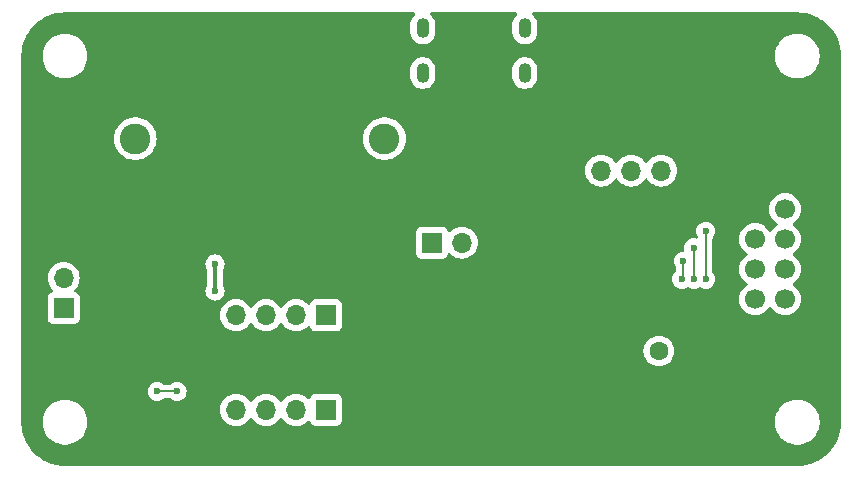
<source format=gbr>
%TF.GenerationSoftware,KiCad,Pcbnew,8.0.3*%
%TF.CreationDate,2024-07-12T13:43:30+12:00*%
%TF.ProjectId,microcontroller,6d696372-6f63-46f6-9e74-726f6c6c6572,0.1.5*%
%TF.SameCoordinates,Original*%
%TF.FileFunction,Copper,L2,Bot*%
%TF.FilePolarity,Positive*%
%FSLAX46Y46*%
G04 Gerber Fmt 4.6, Leading zero omitted, Abs format (unit mm)*
G04 Created by KiCad (PCBNEW 8.0.3) date 2024-07-12 13:43:30*
%MOMM*%
%LPD*%
G01*
G04 APERTURE LIST*
G04 Aperture macros list*
%AMRoundRect*
0 Rectangle with rounded corners*
0 $1 Rounding radius*
0 $2 $3 $4 $5 $6 $7 $8 $9 X,Y pos of 4 corners*
0 Add a 4 corners polygon primitive as box body*
4,1,4,$2,$3,$4,$5,$6,$7,$8,$9,$2,$3,0*
0 Add four circle primitives for the rounded corners*
1,1,$1+$1,$2,$3*
1,1,$1+$1,$4,$5*
1,1,$1+$1,$6,$7*
1,1,$1+$1,$8,$9*
0 Add four rect primitives between the rounded corners*
20,1,$1+$1,$2,$3,$4,$5,0*
20,1,$1+$1,$4,$5,$6,$7,0*
20,1,$1+$1,$6,$7,$8,$9,0*
20,1,$1+$1,$8,$9,$2,$3,0*%
G04 Aperture macros list end*
%TA.AperFunction,ComponentPad*%
%ADD10O,1.100000X1.700000*%
%TD*%
%TA.AperFunction,ComponentPad*%
%ADD11R,1.700000X1.700000*%
%TD*%
%TA.AperFunction,ComponentPad*%
%ADD12O,1.700000X1.700000*%
%TD*%
%TA.AperFunction,ComponentPad*%
%ADD13C,2.600000*%
%TD*%
%TA.AperFunction,ComponentPad*%
%ADD14RoundRect,0.250000X-0.600000X-0.600000X0.600000X-0.600000X0.600000X0.600000X-0.600000X0.600000X0*%
%TD*%
%TA.AperFunction,ComponentPad*%
%ADD15C,1.700000*%
%TD*%
%TA.AperFunction,ComponentPad*%
%ADD16C,1.600000*%
%TD*%
%TA.AperFunction,ViaPad*%
%ADD17C,0.600000*%
%TD*%
%TA.AperFunction,ViaPad*%
%ADD18C,1.600000*%
%TD*%
%TA.AperFunction,ViaPad*%
%ADD19C,1.000000*%
%TD*%
%TA.AperFunction,Conductor*%
%ADD20C,0.300000*%
%TD*%
%TA.AperFunction,Conductor*%
%ADD21C,0.130000*%
%TD*%
G04 APERTURE END LIST*
D10*
%TO.P,J1,S1,SHIELD*%
%TO.N,unconnected-(J1-SHIELD-PadS1)*%
X158920000Y-71440000D03*
%TO.N,unconnected-(J1-SHIELD-PadS1)_1*%
X158920000Y-67640000D03*
%TO.N,unconnected-(J1-SHIELD-PadS1)_2*%
X150280000Y-71440000D03*
%TO.N,unconnected-(J1-SHIELD-PadS1)_0*%
X150280000Y-67640000D03*
%TD*%
D11*
%TO.P,J3,1,Pin_1*%
%TO.N,TOGGLE_SW_1*%
X142113000Y-99949000D03*
D12*
%TO.P,J3,2,Pin_2*%
%TO.N,TOGGLE_SW_2*%
X139573000Y-99949000D03*
%TO.P,J3,3,Pin_3*%
%TO.N,TOGGLE_SW_3*%
X137033000Y-99949000D03*
%TO.P,J3,4,Pin_4*%
%TO.N,+3V3*%
X134493000Y-99949000D03*
%TD*%
D11*
%TO.P,J2,1,Pin_1*%
%TO.N,GND*%
X162860000Y-79700000D03*
D12*
%TO.P,J2,2,Pin_2*%
%TO.N,/SWCLK*%
X165400000Y-79700000D03*
%TO.P,J2,3,Pin_3*%
%TO.N,/SWDIO*%
X167940000Y-79700000D03*
%TO.P,J2,4,Pin_4*%
%TO.N,+3V3*%
X170480000Y-79700000D03*
%TD*%
D11*
%TO.P,JP1,1,A*%
%TO.N,+3V3*%
X119888000Y-91318000D03*
D12*
%TO.P,JP1,2,B*%
%TO.N,/PWR_LED_A*%
X119888000Y-88778000D03*
%TD*%
D11*
%TO.P,J4,1,Pin_1*%
%TO.N,MECH_SW_1*%
X142113000Y-91949000D03*
D12*
%TO.P,J4,2,Pin_2*%
%TO.N,MECH_SW_2*%
X139573000Y-91949000D03*
%TO.P,J4,3,Pin_3*%
%TO.N,MECH_SW_3*%
X137033000Y-91949000D03*
%TO.P,J4,4,Pin_4*%
%TO.N,+3V3*%
X134493000Y-91949000D03*
%TD*%
D13*
%TO.P,BT1,1,+*%
%TO.N,+BATT*%
X125950000Y-77000000D03*
X147050000Y-77000000D03*
%TD*%
D14*
%TO.P,J5,1,Pin_1*%
%TO.N,GND*%
X178435000Y-80420000D03*
D15*
%TO.P,J5,2,Pin_2*%
X180975000Y-80420000D03*
%TO.P,J5,3,Pin_3*%
X178435000Y-82960000D03*
%TO.P,J5,4,Pin_4*%
%TO.N,LATCH*%
X180975000Y-82960000D03*
%TO.P,J5,5,Pin_5*%
%TO.N,CLK*%
X178435000Y-85500000D03*
%TO.P,J5,6,Pin_6*%
%TO.N,OE*%
X180975000Y-85500000D03*
%TO.P,J5,7,Pin_7*%
%TO.N,SER*%
X178435000Y-88040000D03*
%TO.P,J5,8,Pin_8*%
%TO.N,+3V3*%
X180975000Y-88040000D03*
%TO.P,J5,9,Pin_9*%
%TO.N,VBUS*%
X178435000Y-90580000D03*
%TO.P,J5,10,Pin_10*%
X180975000Y-90580000D03*
%TD*%
D16*
%TO.P,R9,1*%
%TO.N,LDR*%
X170280000Y-94975000D03*
%TO.P,R9,2*%
%TO.N,GND*%
X173280000Y-94975000D03*
%TD*%
D11*
%TO.P,JP2,1,A*%
%TO.N,+3V3*%
X151060000Y-85800000D03*
D12*
%TO.P,JP2,2,B*%
%TO.N,/JMP_BOOT0*%
X153600000Y-85800000D03*
%TD*%
D17*
%TO.N,GND*%
X155400000Y-76100000D03*
X153800000Y-76100000D03*
D18*
X172065000Y-75434000D03*
D17*
X151800000Y-90300000D03*
X147200000Y-88600000D03*
X152000000Y-83100000D03*
X156800000Y-96100000D03*
X132300000Y-94000000D03*
D18*
X157394000Y-73012000D03*
D19*
X170900000Y-87300000D03*
D17*
X119888000Y-80645000D03*
D18*
X151806000Y-73012000D03*
D17*
X158300000Y-96100000D03*
D19*
X160500000Y-82100000D03*
D18*
X151806000Y-69964000D03*
D17*
X153900000Y-93900000D03*
X155500000Y-84800000D03*
X157000000Y-89700000D03*
D19*
X164100000Y-96100000D03*
D18*
X172065000Y-73402000D03*
D19*
X124079000Y-88773000D03*
D18*
X130000000Y-84500000D03*
D17*
X148200000Y-95300000D03*
X161036000Y-72390000D03*
X153900000Y-87600000D03*
D18*
X170033000Y-75434000D03*
D17*
X157100000Y-92400000D03*
%TO.N,+BATT*%
X132700000Y-89900000D03*
X132700000Y-87600000D03*
%TO.N,SCL*%
X127800000Y-98400000D03*
X129500000Y-98400000D03*
%TO.N,OE*%
X172212000Y-88900000D03*
X172339000Y-87376000D03*
%TO.N,CLK*%
X173228000Y-88900000D03*
X173228000Y-86233000D03*
%TO.N,LATCH*%
X174244000Y-84836000D03*
X174244000Y-88900000D03*
%TD*%
D20*
%TO.N,+BATT*%
X132700000Y-89900000D02*
X132700000Y-87600000D01*
D21*
%TO.N,SCL*%
X127800000Y-98400000D02*
X129500000Y-98400000D01*
%TO.N,OE*%
X172212000Y-88900000D02*
X172339000Y-88773000D01*
X172339000Y-88773000D02*
X172339000Y-87376000D01*
%TO.N,CLK*%
X173228000Y-88900000D02*
X173228000Y-86233000D01*
%TO.N,LATCH*%
X174244000Y-88900000D02*
X174244000Y-84836000D01*
%TD*%
%TA.AperFunction,Conductor*%
%TO.N,GND*%
G36*
X149603190Y-66320185D02*
G01*
X149648945Y-66372989D01*
X149658889Y-66442147D01*
X149629864Y-66505703D01*
X149614817Y-66520352D01*
X149610344Y-66524022D01*
X149464024Y-66670342D01*
X149349058Y-66842403D01*
X149269870Y-67033579D01*
X149269868Y-67033587D01*
X149229500Y-67236530D01*
X149229500Y-68043469D01*
X149269868Y-68246412D01*
X149269870Y-68246420D01*
X149349058Y-68437596D01*
X149464024Y-68609657D01*
X149610342Y-68755975D01*
X149610345Y-68755977D01*
X149782402Y-68870941D01*
X149973580Y-68950130D01*
X150176530Y-68990499D01*
X150176534Y-68990500D01*
X150176535Y-68990500D01*
X150383466Y-68990500D01*
X150383467Y-68990499D01*
X150586420Y-68950130D01*
X150777598Y-68870941D01*
X150949655Y-68755977D01*
X151095977Y-68609655D01*
X151210941Y-68437598D01*
X151290130Y-68246420D01*
X151330500Y-68043465D01*
X151330500Y-67236535D01*
X151290130Y-67033580D01*
X151210941Y-66842402D01*
X151095977Y-66670345D01*
X151095975Y-66670342D01*
X150949655Y-66524022D01*
X150945183Y-66520352D01*
X150905849Y-66462606D01*
X150903980Y-66392762D01*
X150940168Y-66332994D01*
X151002924Y-66302278D01*
X151023849Y-66300500D01*
X158176151Y-66300500D01*
X158243190Y-66320185D01*
X158288945Y-66372989D01*
X158298889Y-66442147D01*
X158269864Y-66505703D01*
X158254817Y-66520352D01*
X158250344Y-66524022D01*
X158104024Y-66670342D01*
X157989058Y-66842403D01*
X157909870Y-67033579D01*
X157909868Y-67033587D01*
X157869500Y-67236530D01*
X157869500Y-68043469D01*
X157909868Y-68246412D01*
X157909870Y-68246420D01*
X157989058Y-68437596D01*
X158104024Y-68609657D01*
X158250342Y-68755975D01*
X158250345Y-68755977D01*
X158422402Y-68870941D01*
X158613580Y-68950130D01*
X158816530Y-68990499D01*
X158816534Y-68990500D01*
X158816535Y-68990500D01*
X159023466Y-68990500D01*
X159023467Y-68990499D01*
X159226420Y-68950130D01*
X159417598Y-68870941D01*
X159589655Y-68755977D01*
X159735977Y-68609655D01*
X159850941Y-68437598D01*
X159930130Y-68246420D01*
X159970500Y-68043465D01*
X159970500Y-67236535D01*
X159930130Y-67033580D01*
X159850941Y-66842402D01*
X159735977Y-66670345D01*
X159735975Y-66670342D01*
X159589655Y-66524022D01*
X159585183Y-66520352D01*
X159545849Y-66462606D01*
X159543980Y-66392762D01*
X159580168Y-66332994D01*
X159642924Y-66302278D01*
X159663849Y-66300500D01*
X181952405Y-66300500D01*
X181996949Y-66300500D01*
X182003032Y-66300648D01*
X182356532Y-66318015D01*
X182368640Y-66319208D01*
X182440518Y-66329870D01*
X182715717Y-66370692D01*
X182727635Y-66373062D01*
X183068008Y-66458321D01*
X183079646Y-66461852D01*
X183409996Y-66580054D01*
X183421237Y-66584710D01*
X183646857Y-66691419D01*
X183738433Y-66734731D01*
X183749150Y-66740459D01*
X184050102Y-66920843D01*
X184060217Y-66927601D01*
X184342049Y-67136622D01*
X184351455Y-67144342D01*
X184611436Y-67379974D01*
X184620025Y-67388563D01*
X184781782Y-67567035D01*
X184855657Y-67648544D01*
X184863377Y-67657950D01*
X185072396Y-67939779D01*
X185079156Y-67949897D01*
X185256885Y-68246420D01*
X185259533Y-68250837D01*
X185265270Y-68261570D01*
X185415289Y-68578762D01*
X185419945Y-68590003D01*
X185538147Y-68920353D01*
X185541680Y-68931998D01*
X185626934Y-69272351D01*
X185629308Y-69284287D01*
X185680791Y-69631359D01*
X185681984Y-69643468D01*
X185699351Y-69996966D01*
X185699500Y-70003051D01*
X185699500Y-100996948D01*
X185699351Y-101003033D01*
X185681984Y-101356531D01*
X185680791Y-101368640D01*
X185629308Y-101715712D01*
X185626934Y-101727648D01*
X185541680Y-102068001D01*
X185538147Y-102079646D01*
X185419945Y-102409996D01*
X185415289Y-102421237D01*
X185265270Y-102738429D01*
X185259533Y-102749162D01*
X185079156Y-103050102D01*
X185072396Y-103060220D01*
X184863377Y-103342049D01*
X184855657Y-103351455D01*
X184620033Y-103611428D01*
X184611428Y-103620033D01*
X184351455Y-103855657D01*
X184342049Y-103863377D01*
X184060220Y-104072396D01*
X184050102Y-104079156D01*
X183749162Y-104259533D01*
X183738429Y-104265270D01*
X183421237Y-104415289D01*
X183409996Y-104419945D01*
X183079646Y-104538147D01*
X183068001Y-104541680D01*
X182727648Y-104626934D01*
X182715712Y-104629308D01*
X182368640Y-104680791D01*
X182356531Y-104681984D01*
X182023016Y-104698369D01*
X182003031Y-104699351D01*
X181996949Y-104699500D01*
X120003051Y-104699500D01*
X119996968Y-104699351D01*
X119975811Y-104698311D01*
X119643468Y-104681984D01*
X119631359Y-104680791D01*
X119284287Y-104629308D01*
X119272351Y-104626934D01*
X118931998Y-104541680D01*
X118920353Y-104538147D01*
X118590003Y-104419945D01*
X118578762Y-104415289D01*
X118261570Y-104265270D01*
X118250842Y-104259535D01*
X117949897Y-104079156D01*
X117939779Y-104072396D01*
X117657950Y-103863377D01*
X117648544Y-103855657D01*
X117532295Y-103750296D01*
X117388563Y-103620025D01*
X117379974Y-103611436D01*
X117144342Y-103351455D01*
X117136622Y-103342049D01*
X116927603Y-103060220D01*
X116920843Y-103050102D01*
X116831174Y-102900498D01*
X116740459Y-102749150D01*
X116734729Y-102738429D01*
X116584710Y-102421237D01*
X116580054Y-102409996D01*
X116461852Y-102079646D01*
X116458319Y-102068001D01*
X116455846Y-102058127D01*
X116373062Y-101727635D01*
X116370691Y-101715712D01*
X116319208Y-101368640D01*
X116318015Y-101356530D01*
X116314898Y-101293091D01*
X116300649Y-101003032D01*
X116300500Y-100996948D01*
X116300500Y-100875441D01*
X118099500Y-100875441D01*
X118099500Y-101124558D01*
X118099501Y-101124575D01*
X118132017Y-101371561D01*
X118196498Y-101612207D01*
X118291830Y-101842361D01*
X118291837Y-101842376D01*
X118416400Y-102058126D01*
X118568060Y-102255774D01*
X118568066Y-102255781D01*
X118744218Y-102431933D01*
X118744225Y-102431939D01*
X118941873Y-102583599D01*
X119157623Y-102708162D01*
X119157638Y-102708169D01*
X119243978Y-102743932D01*
X119387793Y-102803502D01*
X119628435Y-102867982D01*
X119875435Y-102900500D01*
X119875442Y-102900500D01*
X120124558Y-102900500D01*
X120124565Y-102900500D01*
X120371565Y-102867982D01*
X120612207Y-102803502D01*
X120842373Y-102708164D01*
X121058127Y-102583599D01*
X121255776Y-102431938D01*
X121431938Y-102255776D01*
X121583599Y-102058127D01*
X121708164Y-101842373D01*
X121803502Y-101612207D01*
X121867982Y-101371565D01*
X121900500Y-101124565D01*
X121900500Y-100875435D01*
X121867982Y-100628435D01*
X121803502Y-100387793D01*
X121708164Y-100157627D01*
X121587713Y-99948999D01*
X133137341Y-99948999D01*
X133137341Y-99949000D01*
X133157936Y-100184403D01*
X133157938Y-100184413D01*
X133219094Y-100412655D01*
X133219096Y-100412659D01*
X133219097Y-100412663D01*
X133223000Y-100421032D01*
X133318965Y-100626830D01*
X133318967Y-100626834D01*
X133427281Y-100781521D01*
X133454505Y-100820401D01*
X133621599Y-100987495D01*
X133718384Y-101055265D01*
X133815165Y-101123032D01*
X133815167Y-101123033D01*
X133815170Y-101123035D01*
X134029337Y-101222903D01*
X134257592Y-101284063D01*
X134434034Y-101299500D01*
X134492999Y-101304659D01*
X134493000Y-101304659D01*
X134493001Y-101304659D01*
X134551966Y-101299500D01*
X134728408Y-101284063D01*
X134956663Y-101222903D01*
X135170830Y-101123035D01*
X135364401Y-100987495D01*
X135531495Y-100820401D01*
X135661425Y-100634842D01*
X135716002Y-100591217D01*
X135785500Y-100584023D01*
X135847855Y-100615546D01*
X135864575Y-100634842D01*
X135994500Y-100820395D01*
X135994505Y-100820401D01*
X136161599Y-100987495D01*
X136258384Y-101055265D01*
X136355165Y-101123032D01*
X136355167Y-101123033D01*
X136355170Y-101123035D01*
X136569337Y-101222903D01*
X136797592Y-101284063D01*
X136974034Y-101299500D01*
X137032999Y-101304659D01*
X137033000Y-101304659D01*
X137033001Y-101304659D01*
X137091966Y-101299500D01*
X137268408Y-101284063D01*
X137496663Y-101222903D01*
X137710830Y-101123035D01*
X137904401Y-100987495D01*
X138071495Y-100820401D01*
X138201425Y-100634842D01*
X138256002Y-100591217D01*
X138325500Y-100584023D01*
X138387855Y-100615546D01*
X138404575Y-100634842D01*
X138534500Y-100820395D01*
X138534505Y-100820401D01*
X138701599Y-100987495D01*
X138798384Y-101055265D01*
X138895165Y-101123032D01*
X138895167Y-101123033D01*
X138895170Y-101123035D01*
X139109337Y-101222903D01*
X139337592Y-101284063D01*
X139514034Y-101299500D01*
X139572999Y-101304659D01*
X139573000Y-101304659D01*
X139573001Y-101304659D01*
X139631966Y-101299500D01*
X139808408Y-101284063D01*
X140036663Y-101222903D01*
X140250830Y-101123035D01*
X140444401Y-100987495D01*
X140566329Y-100865566D01*
X140627648Y-100832084D01*
X140697340Y-100837068D01*
X140753274Y-100878939D01*
X140770189Y-100909917D01*
X140819202Y-101041328D01*
X140819206Y-101041335D01*
X140905452Y-101156544D01*
X140905455Y-101156547D01*
X141020664Y-101242793D01*
X141020671Y-101242797D01*
X141155517Y-101293091D01*
X141155516Y-101293091D01*
X141162444Y-101293835D01*
X141215127Y-101299500D01*
X143010872Y-101299499D01*
X143070483Y-101293091D01*
X143205331Y-101242796D01*
X143320546Y-101156546D01*
X143406796Y-101041331D01*
X143457091Y-100906483D01*
X143460428Y-100875441D01*
X180099500Y-100875441D01*
X180099500Y-101124558D01*
X180099501Y-101124575D01*
X180132017Y-101371561D01*
X180196498Y-101612207D01*
X180291830Y-101842361D01*
X180291837Y-101842376D01*
X180416400Y-102058126D01*
X180568060Y-102255774D01*
X180568066Y-102255781D01*
X180744218Y-102431933D01*
X180744225Y-102431939D01*
X180941873Y-102583599D01*
X181157623Y-102708162D01*
X181157638Y-102708169D01*
X181243978Y-102743932D01*
X181387793Y-102803502D01*
X181628435Y-102867982D01*
X181875435Y-102900500D01*
X181875442Y-102900500D01*
X182124558Y-102900500D01*
X182124565Y-102900500D01*
X182371565Y-102867982D01*
X182612207Y-102803502D01*
X182842373Y-102708164D01*
X183058127Y-102583599D01*
X183255776Y-102431938D01*
X183431938Y-102255776D01*
X183583599Y-102058127D01*
X183708164Y-101842373D01*
X183803502Y-101612207D01*
X183867982Y-101371565D01*
X183900500Y-101124565D01*
X183900500Y-100875435D01*
X183867982Y-100628435D01*
X183803502Y-100387793D01*
X183708164Y-100157627D01*
X183583599Y-99941873D01*
X183431938Y-99744224D01*
X183431933Y-99744218D01*
X183255781Y-99568066D01*
X183255774Y-99568060D01*
X183058126Y-99416400D01*
X182842376Y-99291837D01*
X182842361Y-99291830D01*
X182612207Y-99196498D01*
X182371561Y-99132017D01*
X182124575Y-99099501D01*
X182124570Y-99099500D01*
X182124565Y-99099500D01*
X181875435Y-99099500D01*
X181875429Y-99099500D01*
X181875424Y-99099501D01*
X181628438Y-99132017D01*
X181387792Y-99196498D01*
X181157638Y-99291830D01*
X181157623Y-99291837D01*
X180941873Y-99416400D01*
X180744225Y-99568060D01*
X180744218Y-99568066D01*
X180568066Y-99744218D01*
X180568060Y-99744225D01*
X180416400Y-99941873D01*
X180291837Y-100157623D01*
X180291830Y-100157638D01*
X180196498Y-100387792D01*
X180132017Y-100628438D01*
X180099501Y-100875424D01*
X180099500Y-100875441D01*
X143460428Y-100875441D01*
X143463500Y-100846873D01*
X143463499Y-99051128D01*
X143457091Y-98991517D01*
X143455810Y-98988083D01*
X143406797Y-98856671D01*
X143406793Y-98856664D01*
X143320547Y-98741455D01*
X143320544Y-98741452D01*
X143205335Y-98655206D01*
X143205328Y-98655202D01*
X143070482Y-98604908D01*
X143070483Y-98604908D01*
X143010883Y-98598501D01*
X143010881Y-98598500D01*
X143010873Y-98598500D01*
X143010864Y-98598500D01*
X141215129Y-98598500D01*
X141215123Y-98598501D01*
X141155516Y-98604908D01*
X141020671Y-98655202D01*
X141020664Y-98655206D01*
X140905455Y-98741452D01*
X140905452Y-98741455D01*
X140819206Y-98856664D01*
X140819203Y-98856669D01*
X140770189Y-98988083D01*
X140728317Y-99044016D01*
X140662853Y-99068433D01*
X140594580Y-99053581D01*
X140566326Y-99032430D01*
X140444402Y-98910506D01*
X140444395Y-98910501D01*
X140250834Y-98774967D01*
X140250830Y-98774965D01*
X140250828Y-98774964D01*
X140036663Y-98675097D01*
X140036659Y-98675096D01*
X140036655Y-98675094D01*
X139808413Y-98613938D01*
X139808403Y-98613936D01*
X139573001Y-98593341D01*
X139572999Y-98593341D01*
X139337596Y-98613936D01*
X139337586Y-98613938D01*
X139109344Y-98675094D01*
X139109335Y-98675098D01*
X138895171Y-98774964D01*
X138895169Y-98774965D01*
X138701597Y-98910505D01*
X138534505Y-99077597D01*
X138404575Y-99263158D01*
X138349998Y-99306783D01*
X138280500Y-99313977D01*
X138218145Y-99282454D01*
X138201425Y-99263158D01*
X138071494Y-99077597D01*
X137904402Y-98910506D01*
X137904395Y-98910501D01*
X137710834Y-98774967D01*
X137710830Y-98774965D01*
X137710828Y-98774964D01*
X137496663Y-98675097D01*
X137496659Y-98675096D01*
X137496655Y-98675094D01*
X137268413Y-98613938D01*
X137268403Y-98613936D01*
X137033001Y-98593341D01*
X137032999Y-98593341D01*
X136797596Y-98613936D01*
X136797586Y-98613938D01*
X136569344Y-98675094D01*
X136569335Y-98675098D01*
X136355171Y-98774964D01*
X136355169Y-98774965D01*
X136161597Y-98910505D01*
X135994505Y-99077597D01*
X135864575Y-99263158D01*
X135809998Y-99306783D01*
X135740500Y-99313977D01*
X135678145Y-99282454D01*
X135661425Y-99263158D01*
X135531494Y-99077597D01*
X135364402Y-98910506D01*
X135364395Y-98910501D01*
X135170834Y-98774967D01*
X135170830Y-98774965D01*
X135170828Y-98774964D01*
X134956663Y-98675097D01*
X134956659Y-98675096D01*
X134956655Y-98675094D01*
X134728413Y-98613938D01*
X134728403Y-98613936D01*
X134493001Y-98593341D01*
X134492999Y-98593341D01*
X134257596Y-98613936D01*
X134257586Y-98613938D01*
X134029344Y-98675094D01*
X134029335Y-98675098D01*
X133815171Y-98774964D01*
X133815169Y-98774965D01*
X133621597Y-98910505D01*
X133454505Y-99077597D01*
X133318965Y-99271169D01*
X133318964Y-99271171D01*
X133219098Y-99485335D01*
X133219094Y-99485344D01*
X133157938Y-99713586D01*
X133157936Y-99713596D01*
X133137341Y-99948999D01*
X121587713Y-99948999D01*
X121583599Y-99941873D01*
X121431938Y-99744224D01*
X121431933Y-99744218D01*
X121255781Y-99568066D01*
X121255774Y-99568060D01*
X121058126Y-99416400D01*
X120842376Y-99291837D01*
X120842361Y-99291830D01*
X120612207Y-99196498D01*
X120371561Y-99132017D01*
X120124575Y-99099501D01*
X120124570Y-99099500D01*
X120124565Y-99099500D01*
X119875435Y-99099500D01*
X119875429Y-99099500D01*
X119875424Y-99099501D01*
X119628438Y-99132017D01*
X119387792Y-99196498D01*
X119157638Y-99291830D01*
X119157623Y-99291837D01*
X118941873Y-99416400D01*
X118744225Y-99568060D01*
X118744218Y-99568066D01*
X118568066Y-99744218D01*
X118568060Y-99744225D01*
X118416400Y-99941873D01*
X118291837Y-100157623D01*
X118291830Y-100157638D01*
X118196498Y-100387792D01*
X118132017Y-100628438D01*
X118099501Y-100875424D01*
X118099500Y-100875441D01*
X116300500Y-100875441D01*
X116300500Y-98399996D01*
X126994435Y-98399996D01*
X126994435Y-98400003D01*
X127014630Y-98579249D01*
X127014631Y-98579254D01*
X127074211Y-98749523D01*
X127090199Y-98774967D01*
X127170184Y-98902262D01*
X127297738Y-99029816D01*
X127450478Y-99125789D01*
X127620745Y-99185368D01*
X127620750Y-99185369D01*
X127799996Y-99205565D01*
X127800000Y-99205565D01*
X127800004Y-99205565D01*
X127979249Y-99185369D01*
X127979252Y-99185368D01*
X127979255Y-99185368D01*
X128149522Y-99125789D01*
X128302262Y-99029816D01*
X128330259Y-99001819D01*
X128391582Y-98968334D01*
X128417940Y-98965500D01*
X128882060Y-98965500D01*
X128949099Y-98985185D01*
X128969741Y-99001819D01*
X128997738Y-99029816D01*
X129150478Y-99125789D01*
X129320745Y-99185368D01*
X129320750Y-99185369D01*
X129499996Y-99205565D01*
X129500000Y-99205565D01*
X129500004Y-99205565D01*
X129679249Y-99185369D01*
X129679252Y-99185368D01*
X129679255Y-99185368D01*
X129849522Y-99125789D01*
X130002262Y-99029816D01*
X130129816Y-98902262D01*
X130225789Y-98749522D01*
X130285368Y-98579255D01*
X130305565Y-98400000D01*
X130285368Y-98220745D01*
X130225789Y-98050478D01*
X130129816Y-97897738D01*
X130002262Y-97770184D01*
X129849523Y-97674211D01*
X129679254Y-97614631D01*
X129679249Y-97614630D01*
X129500004Y-97594435D01*
X129499996Y-97594435D01*
X129320750Y-97614630D01*
X129320745Y-97614631D01*
X129150476Y-97674211D01*
X128997737Y-97770184D01*
X128969741Y-97798181D01*
X128908418Y-97831666D01*
X128882060Y-97834500D01*
X128417940Y-97834500D01*
X128350901Y-97814815D01*
X128330259Y-97798181D01*
X128302262Y-97770184D01*
X128149523Y-97674211D01*
X127979254Y-97614631D01*
X127979249Y-97614630D01*
X127800004Y-97594435D01*
X127799996Y-97594435D01*
X127620750Y-97614630D01*
X127620745Y-97614631D01*
X127450476Y-97674211D01*
X127297737Y-97770184D01*
X127170184Y-97897737D01*
X127074211Y-98050476D01*
X127014631Y-98220745D01*
X127014630Y-98220750D01*
X126994435Y-98399996D01*
X116300500Y-98399996D01*
X116300500Y-94974998D01*
X168974532Y-94974998D01*
X168974532Y-94975001D01*
X168994364Y-95201686D01*
X168994366Y-95201697D01*
X169053258Y-95421488D01*
X169053261Y-95421497D01*
X169149431Y-95627732D01*
X169149432Y-95627734D01*
X169279954Y-95814141D01*
X169440858Y-95975045D01*
X169440861Y-95975047D01*
X169627266Y-96105568D01*
X169833504Y-96201739D01*
X170053308Y-96260635D01*
X170215230Y-96274801D01*
X170279998Y-96280468D01*
X170280000Y-96280468D01*
X170280002Y-96280468D01*
X170336673Y-96275509D01*
X170506692Y-96260635D01*
X170726496Y-96201739D01*
X170932734Y-96105568D01*
X171119139Y-95975047D01*
X171280047Y-95814139D01*
X171410568Y-95627734D01*
X171506739Y-95421496D01*
X171565635Y-95201692D01*
X171585468Y-94975000D01*
X171565635Y-94748308D01*
X171506739Y-94528504D01*
X171410568Y-94322266D01*
X171280047Y-94135861D01*
X171280045Y-94135858D01*
X171119141Y-93974954D01*
X170932734Y-93844432D01*
X170932732Y-93844431D01*
X170726497Y-93748261D01*
X170726488Y-93748258D01*
X170506697Y-93689366D01*
X170506693Y-93689365D01*
X170506692Y-93689365D01*
X170506691Y-93689364D01*
X170506686Y-93689364D01*
X170280002Y-93669532D01*
X170279998Y-93669532D01*
X170053313Y-93689364D01*
X170053302Y-93689366D01*
X169833511Y-93748258D01*
X169833502Y-93748261D01*
X169627267Y-93844431D01*
X169627265Y-93844432D01*
X169440858Y-93974954D01*
X169279954Y-94135858D01*
X169149432Y-94322265D01*
X169149431Y-94322267D01*
X169053261Y-94528502D01*
X169053258Y-94528511D01*
X168994366Y-94748302D01*
X168994364Y-94748313D01*
X168974532Y-94974998D01*
X116300500Y-94974998D01*
X116300500Y-88777999D01*
X118532341Y-88777999D01*
X118532341Y-88778000D01*
X118552936Y-89013403D01*
X118552938Y-89013413D01*
X118614094Y-89241655D01*
X118614096Y-89241659D01*
X118614097Y-89241663D01*
X118702226Y-89430656D01*
X118713965Y-89455830D01*
X118713967Y-89455834D01*
X118780238Y-89550478D01*
X118849501Y-89649396D01*
X118849506Y-89649402D01*
X118971430Y-89771326D01*
X119004915Y-89832649D01*
X118999931Y-89902341D01*
X118958059Y-89958274D01*
X118927083Y-89975189D01*
X118795669Y-90024203D01*
X118795664Y-90024206D01*
X118680455Y-90110452D01*
X118680452Y-90110455D01*
X118594206Y-90225664D01*
X118594202Y-90225671D01*
X118543908Y-90360517D01*
X118537501Y-90420116D01*
X118537501Y-90420123D01*
X118537500Y-90420135D01*
X118537500Y-92215870D01*
X118537501Y-92215876D01*
X118543908Y-92275483D01*
X118594202Y-92410328D01*
X118594206Y-92410335D01*
X118680452Y-92525544D01*
X118680455Y-92525547D01*
X118795664Y-92611793D01*
X118795671Y-92611797D01*
X118930517Y-92662091D01*
X118930516Y-92662091D01*
X118937444Y-92662835D01*
X118990127Y-92668500D01*
X120785872Y-92668499D01*
X120845483Y-92662091D01*
X120980331Y-92611796D01*
X121095546Y-92525546D01*
X121181796Y-92410331D01*
X121232091Y-92275483D01*
X121238500Y-92215873D01*
X121238500Y-91948999D01*
X133137341Y-91948999D01*
X133137341Y-91949000D01*
X133157936Y-92184403D01*
X133157938Y-92184413D01*
X133219094Y-92412655D01*
X133219096Y-92412659D01*
X133219097Y-92412663D01*
X133271736Y-92525547D01*
X133318965Y-92626830D01*
X133318967Y-92626834D01*
X133427281Y-92781521D01*
X133454505Y-92820401D01*
X133621599Y-92987495D01*
X133718384Y-93055265D01*
X133815165Y-93123032D01*
X133815167Y-93123033D01*
X133815170Y-93123035D01*
X134029337Y-93222903D01*
X134257592Y-93284063D01*
X134434034Y-93299500D01*
X134492999Y-93304659D01*
X134493000Y-93304659D01*
X134493001Y-93304659D01*
X134551966Y-93299500D01*
X134728408Y-93284063D01*
X134956663Y-93222903D01*
X135170830Y-93123035D01*
X135364401Y-92987495D01*
X135531495Y-92820401D01*
X135661425Y-92634842D01*
X135716002Y-92591217D01*
X135785500Y-92584023D01*
X135847855Y-92615546D01*
X135864575Y-92634842D01*
X135994500Y-92820395D01*
X135994505Y-92820401D01*
X136161599Y-92987495D01*
X136258384Y-93055265D01*
X136355165Y-93123032D01*
X136355167Y-93123033D01*
X136355170Y-93123035D01*
X136569337Y-93222903D01*
X136797592Y-93284063D01*
X136974034Y-93299500D01*
X137032999Y-93304659D01*
X137033000Y-93304659D01*
X137033001Y-93304659D01*
X137091966Y-93299500D01*
X137268408Y-93284063D01*
X137496663Y-93222903D01*
X137710830Y-93123035D01*
X137904401Y-92987495D01*
X138071495Y-92820401D01*
X138201425Y-92634842D01*
X138256002Y-92591217D01*
X138325500Y-92584023D01*
X138387855Y-92615546D01*
X138404575Y-92634842D01*
X138534500Y-92820395D01*
X138534505Y-92820401D01*
X138701599Y-92987495D01*
X138798384Y-93055265D01*
X138895165Y-93123032D01*
X138895167Y-93123033D01*
X138895170Y-93123035D01*
X139109337Y-93222903D01*
X139337592Y-93284063D01*
X139514034Y-93299500D01*
X139572999Y-93304659D01*
X139573000Y-93304659D01*
X139573001Y-93304659D01*
X139631966Y-93299500D01*
X139808408Y-93284063D01*
X140036663Y-93222903D01*
X140250830Y-93123035D01*
X140444401Y-92987495D01*
X140566329Y-92865566D01*
X140627648Y-92832084D01*
X140697340Y-92837068D01*
X140753274Y-92878939D01*
X140770189Y-92909917D01*
X140819202Y-93041328D01*
X140819206Y-93041335D01*
X140905452Y-93156544D01*
X140905455Y-93156547D01*
X141020664Y-93242793D01*
X141020671Y-93242797D01*
X141155517Y-93293091D01*
X141155516Y-93293091D01*
X141162444Y-93293835D01*
X141215127Y-93299500D01*
X143010872Y-93299499D01*
X143070483Y-93293091D01*
X143205331Y-93242796D01*
X143320546Y-93156546D01*
X143406796Y-93041331D01*
X143457091Y-92906483D01*
X143463500Y-92846873D01*
X143463499Y-91051128D01*
X143457091Y-90991517D01*
X143455810Y-90988083D01*
X143406797Y-90856671D01*
X143406793Y-90856664D01*
X143320547Y-90741455D01*
X143320544Y-90741452D01*
X143205335Y-90655206D01*
X143205328Y-90655202D01*
X143070482Y-90604908D01*
X143070483Y-90604908D01*
X143010883Y-90598501D01*
X143010881Y-90598500D01*
X143010873Y-90598500D01*
X143010864Y-90598500D01*
X141215129Y-90598500D01*
X141215123Y-90598501D01*
X141155516Y-90604908D01*
X141020671Y-90655202D01*
X141020664Y-90655206D01*
X140905455Y-90741452D01*
X140905452Y-90741455D01*
X140819206Y-90856664D01*
X140819203Y-90856669D01*
X140770189Y-90988083D01*
X140728317Y-91044016D01*
X140662853Y-91068433D01*
X140594580Y-91053581D01*
X140566326Y-91032430D01*
X140444402Y-90910506D01*
X140444395Y-90910501D01*
X140250834Y-90774967D01*
X140250830Y-90774965D01*
X140250828Y-90774964D01*
X140036663Y-90675097D01*
X140036659Y-90675096D01*
X140036655Y-90675094D01*
X139808413Y-90613938D01*
X139808403Y-90613936D01*
X139573001Y-90593341D01*
X139572999Y-90593341D01*
X139337596Y-90613936D01*
X139337586Y-90613938D01*
X139109344Y-90675094D01*
X139109335Y-90675098D01*
X138895171Y-90774964D01*
X138895169Y-90774965D01*
X138701597Y-90910505D01*
X138534505Y-91077597D01*
X138404575Y-91263158D01*
X138349998Y-91306783D01*
X138280500Y-91313977D01*
X138218145Y-91282454D01*
X138201425Y-91263158D01*
X138071494Y-91077597D01*
X137904402Y-90910506D01*
X137904395Y-90910501D01*
X137710834Y-90774967D01*
X137710830Y-90774965D01*
X137710828Y-90774964D01*
X137496663Y-90675097D01*
X137496659Y-90675096D01*
X137496655Y-90675094D01*
X137268413Y-90613938D01*
X137268403Y-90613936D01*
X137033001Y-90593341D01*
X137032999Y-90593341D01*
X136797596Y-90613936D01*
X136797586Y-90613938D01*
X136569344Y-90675094D01*
X136569335Y-90675098D01*
X136355171Y-90774964D01*
X136355169Y-90774965D01*
X136161597Y-90910505D01*
X135994505Y-91077597D01*
X135864575Y-91263158D01*
X135809998Y-91306783D01*
X135740500Y-91313977D01*
X135678145Y-91282454D01*
X135661425Y-91263158D01*
X135531494Y-91077597D01*
X135364402Y-90910506D01*
X135364395Y-90910501D01*
X135170834Y-90774967D01*
X135170830Y-90774965D01*
X135170828Y-90774964D01*
X134956663Y-90675097D01*
X134956659Y-90675096D01*
X134956655Y-90675094D01*
X134728413Y-90613938D01*
X134728403Y-90613936D01*
X134493001Y-90593341D01*
X134492999Y-90593341D01*
X134257596Y-90613936D01*
X134257586Y-90613938D01*
X134029344Y-90675094D01*
X134029335Y-90675098D01*
X133815171Y-90774964D01*
X133815169Y-90774965D01*
X133621597Y-90910505D01*
X133454505Y-91077597D01*
X133318965Y-91271169D01*
X133318964Y-91271171D01*
X133219098Y-91485335D01*
X133219094Y-91485344D01*
X133157938Y-91713586D01*
X133157936Y-91713596D01*
X133137341Y-91948999D01*
X121238500Y-91948999D01*
X121238499Y-90420128D01*
X121232091Y-90360517D01*
X121226151Y-90344592D01*
X121181797Y-90225671D01*
X121181793Y-90225664D01*
X121095547Y-90110455D01*
X121095544Y-90110452D01*
X120980335Y-90024206D01*
X120980328Y-90024202D01*
X120848917Y-89975189D01*
X120792983Y-89933318D01*
X120768566Y-89867853D01*
X120783418Y-89799580D01*
X120804563Y-89771332D01*
X120926495Y-89649401D01*
X121062035Y-89455830D01*
X121161903Y-89241663D01*
X121223063Y-89013408D01*
X121243659Y-88778000D01*
X121223063Y-88542592D01*
X121161903Y-88314337D01*
X121062035Y-88100171D01*
X121019903Y-88039999D01*
X120926494Y-87906597D01*
X120759402Y-87739506D01*
X120759395Y-87739501D01*
X120565834Y-87603967D01*
X120565830Y-87603965D01*
X120557318Y-87599996D01*
X131894435Y-87599996D01*
X131894435Y-87600003D01*
X131914630Y-87779249D01*
X131914631Y-87779254D01*
X131974211Y-87949524D01*
X132030493Y-88039094D01*
X132049500Y-88105067D01*
X132049500Y-89394931D01*
X132030494Y-89460903D01*
X131974211Y-89550477D01*
X131974209Y-89550481D01*
X131914633Y-89720737D01*
X131914630Y-89720750D01*
X131894435Y-89899996D01*
X131894435Y-89900003D01*
X131914630Y-90079249D01*
X131914631Y-90079254D01*
X131974211Y-90249523D01*
X132033950Y-90344596D01*
X132070184Y-90402262D01*
X132197738Y-90529816D01*
X132277604Y-90579999D01*
X132331615Y-90613937D01*
X132350478Y-90625789D01*
X132434547Y-90655206D01*
X132520745Y-90685368D01*
X132520750Y-90685369D01*
X132699996Y-90705565D01*
X132700000Y-90705565D01*
X132700004Y-90705565D01*
X132879249Y-90685369D01*
X132879252Y-90685368D01*
X132879255Y-90685368D01*
X133049522Y-90625789D01*
X133202262Y-90529816D01*
X133329816Y-90402262D01*
X133425789Y-90249522D01*
X133485368Y-90079255D01*
X133485369Y-90079249D01*
X133505565Y-89900003D01*
X133505565Y-89899996D01*
X133485369Y-89720750D01*
X133485366Y-89720737D01*
X133425790Y-89550481D01*
X133425789Y-89550478D01*
X133404008Y-89515814D01*
X133369506Y-89460903D01*
X133350500Y-89394931D01*
X133350500Y-88899996D01*
X171406435Y-88899996D01*
X171406435Y-88900003D01*
X171426630Y-89079249D01*
X171426631Y-89079254D01*
X171486211Y-89249523D01*
X171553743Y-89356998D01*
X171582184Y-89402262D01*
X171709738Y-89529816D01*
X171862478Y-89625789D01*
X172032745Y-89685368D01*
X172032750Y-89685369D01*
X172211996Y-89705565D01*
X172212000Y-89705565D01*
X172212004Y-89705565D01*
X172391249Y-89685369D01*
X172391252Y-89685368D01*
X172391255Y-89685368D01*
X172561522Y-89625789D01*
X172654027Y-89567663D01*
X172721264Y-89548663D01*
X172785973Y-89567664D01*
X172878475Y-89625788D01*
X173048745Y-89685368D01*
X173048750Y-89685369D01*
X173227996Y-89705565D01*
X173228000Y-89705565D01*
X173228004Y-89705565D01*
X173407249Y-89685369D01*
X173407252Y-89685368D01*
X173407255Y-89685368D01*
X173577522Y-89625789D01*
X173670027Y-89567663D01*
X173737264Y-89548663D01*
X173801973Y-89567664D01*
X173894475Y-89625788D01*
X174064745Y-89685368D01*
X174064750Y-89685369D01*
X174243996Y-89705565D01*
X174244000Y-89705565D01*
X174244004Y-89705565D01*
X174423249Y-89685369D01*
X174423252Y-89685368D01*
X174423255Y-89685368D01*
X174593522Y-89625789D01*
X174746262Y-89529816D01*
X174873816Y-89402262D01*
X174969789Y-89249522D01*
X175029368Y-89079255D01*
X175029369Y-89079249D01*
X175049565Y-88900003D01*
X175049565Y-88899996D01*
X175029369Y-88720750D01*
X175029368Y-88720745D01*
X174969788Y-88550476D01*
X174873815Y-88397737D01*
X174845819Y-88369741D01*
X174812334Y-88308418D01*
X174809500Y-88282060D01*
X174809500Y-85499999D01*
X177079341Y-85499999D01*
X177079341Y-85500000D01*
X177099936Y-85735403D01*
X177099938Y-85735413D01*
X177161094Y-85963655D01*
X177161096Y-85963659D01*
X177161097Y-85963663D01*
X177241004Y-86135023D01*
X177260965Y-86177830D01*
X177260967Y-86177834D01*
X177369281Y-86332521D01*
X177396501Y-86371396D01*
X177396506Y-86371402D01*
X177563597Y-86538493D01*
X177563603Y-86538498D01*
X177749158Y-86668425D01*
X177792783Y-86723002D01*
X177799977Y-86792500D01*
X177768454Y-86854855D01*
X177749158Y-86871575D01*
X177563597Y-87001505D01*
X177396505Y-87168597D01*
X177260965Y-87362169D01*
X177260964Y-87362171D01*
X177161098Y-87576335D01*
X177161094Y-87576344D01*
X177099938Y-87804586D01*
X177099936Y-87804596D01*
X177079341Y-88039999D01*
X177079341Y-88040000D01*
X177099936Y-88275403D01*
X177099938Y-88275413D01*
X177161094Y-88503655D01*
X177161096Y-88503659D01*
X177161097Y-88503663D01*
X177241004Y-88675023D01*
X177260965Y-88717830D01*
X177260967Y-88717834D01*
X177369281Y-88872521D01*
X177396501Y-88911396D01*
X177396506Y-88911402D01*
X177563597Y-89078493D01*
X177563603Y-89078498D01*
X177749158Y-89208425D01*
X177792783Y-89263002D01*
X177799977Y-89332500D01*
X177768454Y-89394855D01*
X177749158Y-89411575D01*
X177563597Y-89541505D01*
X177396505Y-89708597D01*
X177260965Y-89902169D01*
X177260964Y-89902171D01*
X177161098Y-90116335D01*
X177161094Y-90116344D01*
X177099938Y-90344586D01*
X177099936Y-90344596D01*
X177079341Y-90579999D01*
X177079341Y-90580000D01*
X177099936Y-90815403D01*
X177099938Y-90815413D01*
X177161094Y-91043655D01*
X177161096Y-91043659D01*
X177161097Y-91043663D01*
X177176921Y-91077597D01*
X177260965Y-91257830D01*
X177260967Y-91257834D01*
X177369281Y-91412521D01*
X177396505Y-91451401D01*
X177563599Y-91618495D01*
X177660384Y-91686265D01*
X177757165Y-91754032D01*
X177757167Y-91754033D01*
X177757170Y-91754035D01*
X177971337Y-91853903D01*
X178199592Y-91915063D01*
X178387918Y-91931539D01*
X178434999Y-91935659D01*
X178435000Y-91935659D01*
X178435001Y-91935659D01*
X178474234Y-91932226D01*
X178670408Y-91915063D01*
X178898663Y-91853903D01*
X179112830Y-91754035D01*
X179306401Y-91618495D01*
X179473495Y-91451401D01*
X179603425Y-91265842D01*
X179658002Y-91222217D01*
X179727500Y-91215023D01*
X179789855Y-91246546D01*
X179806575Y-91265842D01*
X179936500Y-91451395D01*
X179936505Y-91451401D01*
X180103599Y-91618495D01*
X180200384Y-91686265D01*
X180297165Y-91754032D01*
X180297167Y-91754033D01*
X180297170Y-91754035D01*
X180511337Y-91853903D01*
X180739592Y-91915063D01*
X180927918Y-91931539D01*
X180974999Y-91935659D01*
X180975000Y-91935659D01*
X180975001Y-91935659D01*
X181014234Y-91932226D01*
X181210408Y-91915063D01*
X181438663Y-91853903D01*
X181652830Y-91754035D01*
X181846401Y-91618495D01*
X182013495Y-91451401D01*
X182149035Y-91257830D01*
X182248903Y-91043663D01*
X182310063Y-90815408D01*
X182330659Y-90580000D01*
X182310063Y-90344592D01*
X182248903Y-90116337D01*
X182149035Y-89902171D01*
X182143425Y-89894158D01*
X182013494Y-89708597D01*
X181846402Y-89541506D01*
X181846396Y-89541501D01*
X181660842Y-89411575D01*
X181617217Y-89356998D01*
X181610023Y-89287500D01*
X181641546Y-89225145D01*
X181660842Y-89208425D01*
X181683026Y-89192891D01*
X181846401Y-89078495D01*
X182013495Y-88911401D01*
X182149035Y-88717830D01*
X182248903Y-88503663D01*
X182310063Y-88275408D01*
X182330659Y-88040000D01*
X182310063Y-87804592D01*
X182248903Y-87576337D01*
X182149035Y-87362171D01*
X182143425Y-87354158D01*
X182013494Y-87168597D01*
X181846402Y-87001506D01*
X181846396Y-87001501D01*
X181660842Y-86871575D01*
X181617217Y-86816998D01*
X181610023Y-86747500D01*
X181641546Y-86685145D01*
X181660842Y-86668425D01*
X181686854Y-86650211D01*
X181846401Y-86538495D01*
X182013495Y-86371401D01*
X182149035Y-86177830D01*
X182248903Y-85963663D01*
X182310063Y-85735408D01*
X182330659Y-85500000D01*
X182310063Y-85264592D01*
X182248903Y-85036337D01*
X182149035Y-84822171D01*
X182143425Y-84814158D01*
X182013494Y-84628597D01*
X181846402Y-84461506D01*
X181846396Y-84461501D01*
X181660842Y-84331575D01*
X181617217Y-84276998D01*
X181610023Y-84207500D01*
X181641546Y-84145145D01*
X181660842Y-84128425D01*
X181686854Y-84110211D01*
X181846401Y-83998495D01*
X182013495Y-83831401D01*
X182149035Y-83637830D01*
X182248903Y-83423663D01*
X182310063Y-83195408D01*
X182330659Y-82960000D01*
X182310063Y-82724592D01*
X182248903Y-82496337D01*
X182149035Y-82282171D01*
X182013495Y-82088599D01*
X182013494Y-82088597D01*
X181846402Y-81921506D01*
X181846395Y-81921501D01*
X181652834Y-81785967D01*
X181652830Y-81785965D01*
X181652828Y-81785964D01*
X181438663Y-81686097D01*
X181438659Y-81686096D01*
X181438655Y-81686094D01*
X181210413Y-81624938D01*
X181210403Y-81624936D01*
X180975001Y-81604341D01*
X180974999Y-81604341D01*
X180739596Y-81624936D01*
X180739586Y-81624938D01*
X180511344Y-81686094D01*
X180511335Y-81686098D01*
X180297171Y-81785964D01*
X180297169Y-81785965D01*
X180103597Y-81921505D01*
X179936505Y-82088597D01*
X179800965Y-82282169D01*
X179800964Y-82282171D01*
X179701098Y-82496335D01*
X179701094Y-82496344D01*
X179639938Y-82724586D01*
X179639936Y-82724596D01*
X179619341Y-82959999D01*
X179619341Y-82960000D01*
X179639936Y-83195403D01*
X179639938Y-83195413D01*
X179701094Y-83423655D01*
X179701096Y-83423659D01*
X179701097Y-83423663D01*
X179800965Y-83637830D01*
X179800967Y-83637834D01*
X179936501Y-83831395D01*
X179936506Y-83831402D01*
X180103597Y-83998493D01*
X180103603Y-83998498D01*
X180289158Y-84128425D01*
X180332783Y-84183002D01*
X180339977Y-84252500D01*
X180308454Y-84314855D01*
X180289158Y-84331575D01*
X180103597Y-84461505D01*
X179936505Y-84628597D01*
X179806575Y-84814158D01*
X179751998Y-84857783D01*
X179682500Y-84864977D01*
X179620145Y-84833454D01*
X179603425Y-84814158D01*
X179473494Y-84628597D01*
X179306402Y-84461506D01*
X179306395Y-84461501D01*
X179298407Y-84455908D01*
X179267521Y-84434281D01*
X179112834Y-84325967D01*
X179112830Y-84325965D01*
X179112828Y-84325964D01*
X178898663Y-84226097D01*
X178898659Y-84226096D01*
X178898655Y-84226094D01*
X178670413Y-84164938D01*
X178670403Y-84164936D01*
X178435001Y-84144341D01*
X178434999Y-84144341D01*
X178199596Y-84164936D01*
X178199586Y-84164938D01*
X177971344Y-84226094D01*
X177971335Y-84226098D01*
X177757171Y-84325964D01*
X177757169Y-84325965D01*
X177563597Y-84461505D01*
X177396505Y-84628597D01*
X177260965Y-84822169D01*
X177260964Y-84822171D01*
X177161098Y-85036335D01*
X177161094Y-85036344D01*
X177099938Y-85264586D01*
X177099936Y-85264596D01*
X177079341Y-85499999D01*
X174809500Y-85499999D01*
X174809500Y-85453940D01*
X174829185Y-85386901D01*
X174845819Y-85366259D01*
X174873816Y-85338262D01*
X174969789Y-85185522D01*
X175029368Y-85015255D01*
X175039132Y-84928597D01*
X175049565Y-84836003D01*
X175049565Y-84835996D01*
X175029369Y-84656750D01*
X175029368Y-84656745D01*
X175006872Y-84592455D01*
X174969789Y-84486478D01*
X174954097Y-84461505D01*
X174873815Y-84333737D01*
X174746262Y-84206184D01*
X174593523Y-84110211D01*
X174423254Y-84050631D01*
X174423249Y-84050630D01*
X174244004Y-84030435D01*
X174243996Y-84030435D01*
X174064750Y-84050630D01*
X174064745Y-84050631D01*
X173894476Y-84110211D01*
X173741737Y-84206184D01*
X173614184Y-84333737D01*
X173518211Y-84486476D01*
X173458631Y-84656745D01*
X173458630Y-84656750D01*
X173438435Y-84835996D01*
X173438435Y-84836003D01*
X173458630Y-85015249D01*
X173458631Y-85015254D01*
X173518211Y-85185522D01*
X173572055Y-85271214D01*
X173591055Y-85338450D01*
X173570687Y-85405286D01*
X173517420Y-85450500D01*
X173448163Y-85459738D01*
X173426107Y-85454228D01*
X173407257Y-85447632D01*
X173407249Y-85447630D01*
X173228004Y-85427435D01*
X173227996Y-85427435D01*
X173048750Y-85447630D01*
X173048745Y-85447631D01*
X172878476Y-85507211D01*
X172725737Y-85603184D01*
X172598184Y-85730737D01*
X172502211Y-85883476D01*
X172442631Y-86053745D01*
X172442630Y-86053750D01*
X172422435Y-86232996D01*
X172422435Y-86233003D01*
X172442630Y-86412249D01*
X172444182Y-86419047D01*
X172441284Y-86419708D01*
X172444140Y-86476284D01*
X172409376Y-86536891D01*
X172347364Y-86569082D01*
X172337437Y-86570610D01*
X172159749Y-86590630D01*
X172159745Y-86590631D01*
X171989476Y-86650211D01*
X171836737Y-86746184D01*
X171709184Y-86873737D01*
X171613211Y-87026476D01*
X171553631Y-87196745D01*
X171553630Y-87196750D01*
X171533435Y-87375996D01*
X171533435Y-87376003D01*
X171553630Y-87555249D01*
X171553631Y-87555254D01*
X171613211Y-87725523D01*
X171709184Y-87878262D01*
X171737181Y-87906259D01*
X171770666Y-87967582D01*
X171773500Y-87993940D01*
X171773500Y-88161587D01*
X171753815Y-88228626D01*
X171715477Y-88266578D01*
X171709738Y-88270184D01*
X171709735Y-88270186D01*
X171582184Y-88397737D01*
X171486211Y-88550476D01*
X171426631Y-88720745D01*
X171426630Y-88720750D01*
X171406435Y-88899996D01*
X133350500Y-88899996D01*
X133350500Y-88105067D01*
X133369507Y-88039094D01*
X133425788Y-87949524D01*
X133450724Y-87878262D01*
X133485368Y-87779255D01*
X133491422Y-87725523D01*
X133505565Y-87600003D01*
X133505565Y-87599996D01*
X133485369Y-87420750D01*
X133485368Y-87420745D01*
X133425788Y-87250476D01*
X133366210Y-87155659D01*
X133329816Y-87097738D01*
X133202262Y-86970184D01*
X133049523Y-86874211D01*
X132879254Y-86814631D01*
X132879249Y-86814630D01*
X132700004Y-86794435D01*
X132699996Y-86794435D01*
X132520750Y-86814630D01*
X132520745Y-86814631D01*
X132350476Y-86874211D01*
X132197737Y-86970184D01*
X132070184Y-87097737D01*
X131974211Y-87250476D01*
X131914631Y-87420745D01*
X131914630Y-87420750D01*
X131894435Y-87599996D01*
X120557318Y-87599996D01*
X120351663Y-87504097D01*
X120351659Y-87504096D01*
X120351655Y-87504094D01*
X120123413Y-87442938D01*
X120123403Y-87442936D01*
X119888001Y-87422341D01*
X119887999Y-87422341D01*
X119652596Y-87442936D01*
X119652586Y-87442938D01*
X119424344Y-87504094D01*
X119424335Y-87504098D01*
X119210171Y-87603964D01*
X119210169Y-87603965D01*
X119016597Y-87739505D01*
X118849505Y-87906597D01*
X118713965Y-88100169D01*
X118713964Y-88100171D01*
X118614098Y-88314335D01*
X118614094Y-88314344D01*
X118552938Y-88542586D01*
X118552936Y-88542596D01*
X118532341Y-88777999D01*
X116300500Y-88777999D01*
X116300500Y-84902135D01*
X149709500Y-84902135D01*
X149709500Y-86697870D01*
X149709501Y-86697876D01*
X149715908Y-86757483D01*
X149766202Y-86892328D01*
X149766206Y-86892335D01*
X149852452Y-87007544D01*
X149852455Y-87007547D01*
X149967664Y-87093793D01*
X149967671Y-87093797D01*
X150102517Y-87144091D01*
X150102516Y-87144091D01*
X150109444Y-87144835D01*
X150162127Y-87150500D01*
X151957872Y-87150499D01*
X152017483Y-87144091D01*
X152152331Y-87093796D01*
X152267546Y-87007546D01*
X152353796Y-86892331D01*
X152402810Y-86760916D01*
X152444681Y-86704984D01*
X152510145Y-86680566D01*
X152578418Y-86695417D01*
X152606673Y-86716569D01*
X152728599Y-86838495D01*
X152825384Y-86906265D01*
X152922165Y-86974032D01*
X152922167Y-86974033D01*
X152922170Y-86974035D01*
X153136337Y-87073903D01*
X153364592Y-87135063D01*
X153541034Y-87150500D01*
X153599999Y-87155659D01*
X153600000Y-87155659D01*
X153600001Y-87155659D01*
X153658966Y-87150500D01*
X153835408Y-87135063D01*
X154063663Y-87073903D01*
X154277830Y-86974035D01*
X154471401Y-86838495D01*
X154638495Y-86671401D01*
X154774035Y-86477830D01*
X154873903Y-86263663D01*
X154935063Y-86035408D01*
X154955659Y-85800000D01*
X154935063Y-85564592D01*
X154887451Y-85386901D01*
X154873905Y-85336344D01*
X154873904Y-85336343D01*
X154873903Y-85336337D01*
X154774035Y-85122171D01*
X154713933Y-85036335D01*
X154638494Y-84928597D01*
X154471402Y-84761506D01*
X154471395Y-84761501D01*
X154277834Y-84625967D01*
X154277830Y-84625965D01*
X154277828Y-84625964D01*
X154063663Y-84526097D01*
X154063659Y-84526096D01*
X154063655Y-84526094D01*
X153835413Y-84464938D01*
X153835403Y-84464936D01*
X153600001Y-84444341D01*
X153599999Y-84444341D01*
X153364596Y-84464936D01*
X153364586Y-84464938D01*
X153136344Y-84526094D01*
X153136335Y-84526098D01*
X152922171Y-84625964D01*
X152922169Y-84625965D01*
X152728600Y-84761503D01*
X152606673Y-84883430D01*
X152545350Y-84916914D01*
X152475658Y-84911930D01*
X152419725Y-84870058D01*
X152402810Y-84839081D01*
X152353797Y-84707671D01*
X152353793Y-84707664D01*
X152267547Y-84592455D01*
X152267544Y-84592452D01*
X152152335Y-84506206D01*
X152152328Y-84506202D01*
X152017482Y-84455908D01*
X152017483Y-84455908D01*
X151957883Y-84449501D01*
X151957881Y-84449500D01*
X151957873Y-84449500D01*
X151957864Y-84449500D01*
X150162129Y-84449500D01*
X150162123Y-84449501D01*
X150102516Y-84455908D01*
X149967671Y-84506202D01*
X149967664Y-84506206D01*
X149852455Y-84592452D01*
X149852452Y-84592455D01*
X149766206Y-84707664D01*
X149766202Y-84707671D01*
X149715908Y-84842517D01*
X149709501Y-84902116D01*
X149709500Y-84902135D01*
X116300500Y-84902135D01*
X116300500Y-79699999D01*
X164044341Y-79699999D01*
X164044341Y-79700000D01*
X164064936Y-79935403D01*
X164064938Y-79935413D01*
X164126094Y-80163655D01*
X164126096Y-80163659D01*
X164126097Y-80163663D01*
X164130000Y-80172032D01*
X164225965Y-80377830D01*
X164225967Y-80377834D01*
X164334281Y-80532521D01*
X164361505Y-80571401D01*
X164528599Y-80738495D01*
X164625384Y-80806265D01*
X164722165Y-80874032D01*
X164722167Y-80874033D01*
X164722170Y-80874035D01*
X164936337Y-80973903D01*
X165164592Y-81035063D01*
X165352918Y-81051539D01*
X165399999Y-81055659D01*
X165400000Y-81055659D01*
X165400001Y-81055659D01*
X165439234Y-81052226D01*
X165635408Y-81035063D01*
X165863663Y-80973903D01*
X166077830Y-80874035D01*
X166271401Y-80738495D01*
X166438495Y-80571401D01*
X166568425Y-80385842D01*
X166623002Y-80342217D01*
X166692500Y-80335023D01*
X166754855Y-80366546D01*
X166771575Y-80385842D01*
X166901500Y-80571395D01*
X166901505Y-80571401D01*
X167068599Y-80738495D01*
X167165384Y-80806265D01*
X167262165Y-80874032D01*
X167262167Y-80874033D01*
X167262170Y-80874035D01*
X167476337Y-80973903D01*
X167704592Y-81035063D01*
X167892918Y-81051539D01*
X167939999Y-81055659D01*
X167940000Y-81055659D01*
X167940001Y-81055659D01*
X167979234Y-81052226D01*
X168175408Y-81035063D01*
X168403663Y-80973903D01*
X168617830Y-80874035D01*
X168811401Y-80738495D01*
X168978495Y-80571401D01*
X169108425Y-80385842D01*
X169163002Y-80342217D01*
X169232500Y-80335023D01*
X169294855Y-80366546D01*
X169311575Y-80385842D01*
X169441500Y-80571395D01*
X169441505Y-80571401D01*
X169608599Y-80738495D01*
X169705384Y-80806265D01*
X169802165Y-80874032D01*
X169802167Y-80874033D01*
X169802170Y-80874035D01*
X170016337Y-80973903D01*
X170244592Y-81035063D01*
X170432918Y-81051539D01*
X170479999Y-81055659D01*
X170480000Y-81055659D01*
X170480001Y-81055659D01*
X170519234Y-81052226D01*
X170715408Y-81035063D01*
X170943663Y-80973903D01*
X171157830Y-80874035D01*
X171351401Y-80738495D01*
X171518495Y-80571401D01*
X171654035Y-80377830D01*
X171753903Y-80163663D01*
X171815063Y-79935408D01*
X171835659Y-79700000D01*
X171815063Y-79464592D01*
X171753903Y-79236337D01*
X171654035Y-79022171D01*
X171648425Y-79014158D01*
X171518494Y-78828597D01*
X171351402Y-78661506D01*
X171351395Y-78661501D01*
X171157834Y-78525967D01*
X171157830Y-78525965D01*
X171157828Y-78525964D01*
X170943663Y-78426097D01*
X170943659Y-78426096D01*
X170943655Y-78426094D01*
X170715413Y-78364938D01*
X170715403Y-78364936D01*
X170480001Y-78344341D01*
X170479999Y-78344341D01*
X170244596Y-78364936D01*
X170244586Y-78364938D01*
X170016344Y-78426094D01*
X170016335Y-78426098D01*
X169802171Y-78525964D01*
X169802169Y-78525965D01*
X169608597Y-78661505D01*
X169441505Y-78828597D01*
X169311575Y-79014158D01*
X169256998Y-79057783D01*
X169187500Y-79064977D01*
X169125145Y-79033454D01*
X169108425Y-79014158D01*
X168978494Y-78828597D01*
X168811402Y-78661506D01*
X168811395Y-78661501D01*
X168617834Y-78525967D01*
X168617830Y-78525965D01*
X168617828Y-78525964D01*
X168403663Y-78426097D01*
X168403659Y-78426096D01*
X168403655Y-78426094D01*
X168175413Y-78364938D01*
X168175403Y-78364936D01*
X167940001Y-78344341D01*
X167939999Y-78344341D01*
X167704596Y-78364936D01*
X167704586Y-78364938D01*
X167476344Y-78426094D01*
X167476335Y-78426098D01*
X167262171Y-78525964D01*
X167262169Y-78525965D01*
X167068597Y-78661505D01*
X166901505Y-78828597D01*
X166771575Y-79014158D01*
X166716998Y-79057783D01*
X166647500Y-79064977D01*
X166585145Y-79033454D01*
X166568425Y-79014158D01*
X166438494Y-78828597D01*
X166271402Y-78661506D01*
X166271395Y-78661501D01*
X166077834Y-78525967D01*
X166077830Y-78525965D01*
X166077828Y-78525964D01*
X165863663Y-78426097D01*
X165863659Y-78426096D01*
X165863655Y-78426094D01*
X165635413Y-78364938D01*
X165635403Y-78364936D01*
X165400001Y-78344341D01*
X165399999Y-78344341D01*
X165164596Y-78364936D01*
X165164586Y-78364938D01*
X164936344Y-78426094D01*
X164936335Y-78426098D01*
X164722171Y-78525964D01*
X164722169Y-78525965D01*
X164528597Y-78661505D01*
X164361505Y-78828597D01*
X164225965Y-79022169D01*
X164225964Y-79022171D01*
X164126098Y-79236335D01*
X164126094Y-79236344D01*
X164064938Y-79464586D01*
X164064936Y-79464596D01*
X164044341Y-79699999D01*
X116300500Y-79699999D01*
X116300500Y-76999995D01*
X124144451Y-76999995D01*
X124144451Y-77000004D01*
X124164616Y-77269101D01*
X124224664Y-77532188D01*
X124224666Y-77532195D01*
X124323257Y-77783398D01*
X124458185Y-78017102D01*
X124594080Y-78187509D01*
X124626442Y-78228089D01*
X124813183Y-78401358D01*
X124824259Y-78411635D01*
X125047226Y-78563651D01*
X125290359Y-78680738D01*
X125548228Y-78760280D01*
X125548229Y-78760280D01*
X125548232Y-78760281D01*
X125815063Y-78800499D01*
X125815068Y-78800499D01*
X125815071Y-78800500D01*
X125815072Y-78800500D01*
X126084928Y-78800500D01*
X126084929Y-78800500D01*
X126084936Y-78800499D01*
X126351767Y-78760281D01*
X126351768Y-78760280D01*
X126351772Y-78760280D01*
X126609641Y-78680738D01*
X126852775Y-78563651D01*
X127075741Y-78411635D01*
X127273561Y-78228085D01*
X127441815Y-78017102D01*
X127576743Y-77783398D01*
X127675334Y-77532195D01*
X127735383Y-77269103D01*
X127755549Y-77000000D01*
X127755549Y-76999995D01*
X145244451Y-76999995D01*
X145244451Y-77000004D01*
X145264616Y-77269101D01*
X145324664Y-77532188D01*
X145324666Y-77532195D01*
X145423257Y-77783398D01*
X145558185Y-78017102D01*
X145694080Y-78187509D01*
X145726442Y-78228089D01*
X145913183Y-78401358D01*
X145924259Y-78411635D01*
X146147226Y-78563651D01*
X146390359Y-78680738D01*
X146648228Y-78760280D01*
X146648229Y-78760280D01*
X146648232Y-78760281D01*
X146915063Y-78800499D01*
X146915068Y-78800499D01*
X146915071Y-78800500D01*
X146915072Y-78800500D01*
X147184928Y-78800500D01*
X147184929Y-78800500D01*
X147184936Y-78800499D01*
X147451767Y-78760281D01*
X147451768Y-78760280D01*
X147451772Y-78760280D01*
X147709641Y-78680738D01*
X147952775Y-78563651D01*
X148175741Y-78411635D01*
X148373561Y-78228085D01*
X148541815Y-78017102D01*
X148676743Y-77783398D01*
X148775334Y-77532195D01*
X148835383Y-77269103D01*
X148855549Y-77000000D01*
X148835383Y-76730897D01*
X148775334Y-76467805D01*
X148676743Y-76216602D01*
X148541815Y-75982898D01*
X148373561Y-75771915D01*
X148373560Y-75771914D01*
X148373557Y-75771910D01*
X148175741Y-75588365D01*
X147952775Y-75436349D01*
X147952769Y-75436346D01*
X147952768Y-75436345D01*
X147952767Y-75436344D01*
X147709643Y-75319263D01*
X147709645Y-75319263D01*
X147451773Y-75239720D01*
X147451767Y-75239718D01*
X147184936Y-75199500D01*
X147184929Y-75199500D01*
X146915071Y-75199500D01*
X146915063Y-75199500D01*
X146648232Y-75239718D01*
X146648226Y-75239720D01*
X146390358Y-75319262D01*
X146147230Y-75436346D01*
X145924258Y-75588365D01*
X145726442Y-75771910D01*
X145558185Y-75982898D01*
X145423258Y-76216599D01*
X145423256Y-76216603D01*
X145324666Y-76467804D01*
X145324664Y-76467811D01*
X145264616Y-76730898D01*
X145244451Y-76999995D01*
X127755549Y-76999995D01*
X127735383Y-76730897D01*
X127675334Y-76467805D01*
X127576743Y-76216602D01*
X127441815Y-75982898D01*
X127273561Y-75771915D01*
X127273560Y-75771914D01*
X127273557Y-75771910D01*
X127075741Y-75588365D01*
X126852775Y-75436349D01*
X126852769Y-75436346D01*
X126852768Y-75436345D01*
X126852767Y-75436344D01*
X126609643Y-75319263D01*
X126609645Y-75319263D01*
X126351773Y-75239720D01*
X126351767Y-75239718D01*
X126084936Y-75199500D01*
X126084929Y-75199500D01*
X125815071Y-75199500D01*
X125815063Y-75199500D01*
X125548232Y-75239718D01*
X125548226Y-75239720D01*
X125290358Y-75319262D01*
X125047230Y-75436346D01*
X124824258Y-75588365D01*
X124626442Y-75771910D01*
X124458185Y-75982898D01*
X124323258Y-76216599D01*
X124323256Y-76216603D01*
X124224666Y-76467804D01*
X124224664Y-76467811D01*
X124164616Y-76730898D01*
X124144451Y-76999995D01*
X116300500Y-76999995D01*
X116300500Y-70003051D01*
X116300649Y-69996967D01*
X116306619Y-69875441D01*
X118099500Y-69875441D01*
X118099500Y-70124558D01*
X118099501Y-70124575D01*
X118132017Y-70371561D01*
X118196498Y-70612207D01*
X118291830Y-70842361D01*
X118291837Y-70842376D01*
X118416400Y-71058126D01*
X118568060Y-71255774D01*
X118568066Y-71255781D01*
X118744218Y-71431933D01*
X118744225Y-71431939D01*
X118941873Y-71583599D01*
X119157623Y-71708162D01*
X119157638Y-71708169D01*
X119256825Y-71749253D01*
X119387793Y-71803502D01*
X119628435Y-71867982D01*
X119875435Y-71900500D01*
X119875442Y-71900500D01*
X120124558Y-71900500D01*
X120124565Y-71900500D01*
X120371565Y-71867982D01*
X120612207Y-71803502D01*
X120842373Y-71708164D01*
X121058127Y-71583599D01*
X121255776Y-71431938D01*
X121431938Y-71255776D01*
X121583599Y-71058127D01*
X121596068Y-71036530D01*
X149229500Y-71036530D01*
X149229500Y-71843469D01*
X149269868Y-72046412D01*
X149269870Y-72046420D01*
X149349058Y-72237596D01*
X149464024Y-72409657D01*
X149610342Y-72555975D01*
X149610345Y-72555977D01*
X149782402Y-72670941D01*
X149973580Y-72750130D01*
X150176530Y-72790499D01*
X150176534Y-72790500D01*
X150176535Y-72790500D01*
X150383466Y-72790500D01*
X150383467Y-72790499D01*
X150586420Y-72750130D01*
X150777598Y-72670941D01*
X150949655Y-72555977D01*
X151095977Y-72409655D01*
X151210941Y-72237598D01*
X151290130Y-72046420D01*
X151330500Y-71843465D01*
X151330500Y-71036535D01*
X151330499Y-71036530D01*
X157869500Y-71036530D01*
X157869500Y-71843469D01*
X157909868Y-72046412D01*
X157909870Y-72046420D01*
X157989058Y-72237596D01*
X158104024Y-72409657D01*
X158250342Y-72555975D01*
X158250345Y-72555977D01*
X158422402Y-72670941D01*
X158613580Y-72750130D01*
X158816530Y-72790499D01*
X158816534Y-72790500D01*
X158816535Y-72790500D01*
X159023466Y-72790500D01*
X159023467Y-72790499D01*
X159226420Y-72750130D01*
X159417598Y-72670941D01*
X159589655Y-72555977D01*
X159735977Y-72409655D01*
X159850941Y-72237598D01*
X159930130Y-72046420D01*
X159970500Y-71843465D01*
X159970500Y-71036535D01*
X159930130Y-70833580D01*
X159850941Y-70642402D01*
X159735977Y-70470345D01*
X159735975Y-70470342D01*
X159589657Y-70324024D01*
X159503626Y-70266541D01*
X159417598Y-70209059D01*
X159226420Y-70129870D01*
X159226412Y-70129868D01*
X159023469Y-70089500D01*
X159023465Y-70089500D01*
X158816535Y-70089500D01*
X158816530Y-70089500D01*
X158613587Y-70129868D01*
X158613579Y-70129870D01*
X158422403Y-70209058D01*
X158250342Y-70324024D01*
X158104024Y-70470342D01*
X157989058Y-70642403D01*
X157909870Y-70833579D01*
X157909868Y-70833587D01*
X157869500Y-71036530D01*
X151330499Y-71036530D01*
X151290130Y-70833580D01*
X151210941Y-70642402D01*
X151095977Y-70470345D01*
X151095975Y-70470342D01*
X150949657Y-70324024D01*
X150863626Y-70266541D01*
X150777598Y-70209059D01*
X150586420Y-70129870D01*
X150586412Y-70129868D01*
X150383469Y-70089500D01*
X150383465Y-70089500D01*
X150176535Y-70089500D01*
X150176530Y-70089500D01*
X149973587Y-70129868D01*
X149973579Y-70129870D01*
X149782403Y-70209058D01*
X149610342Y-70324024D01*
X149464024Y-70470342D01*
X149349058Y-70642403D01*
X149269870Y-70833579D01*
X149269868Y-70833587D01*
X149229500Y-71036530D01*
X121596068Y-71036530D01*
X121708164Y-70842373D01*
X121803502Y-70612207D01*
X121867982Y-70371565D01*
X121900500Y-70124565D01*
X121900500Y-69875441D01*
X180099500Y-69875441D01*
X180099500Y-70124558D01*
X180099501Y-70124575D01*
X180132017Y-70371561D01*
X180196498Y-70612207D01*
X180291830Y-70842361D01*
X180291837Y-70842376D01*
X180416400Y-71058126D01*
X180568060Y-71255774D01*
X180568066Y-71255781D01*
X180744218Y-71431933D01*
X180744225Y-71431939D01*
X180941873Y-71583599D01*
X181157623Y-71708162D01*
X181157638Y-71708169D01*
X181256825Y-71749253D01*
X181387793Y-71803502D01*
X181628435Y-71867982D01*
X181875435Y-71900500D01*
X181875442Y-71900500D01*
X182124558Y-71900500D01*
X182124565Y-71900500D01*
X182371565Y-71867982D01*
X182612207Y-71803502D01*
X182842373Y-71708164D01*
X183058127Y-71583599D01*
X183255776Y-71431938D01*
X183431938Y-71255776D01*
X183583599Y-71058127D01*
X183708164Y-70842373D01*
X183803502Y-70612207D01*
X183867982Y-70371565D01*
X183900500Y-70124565D01*
X183900500Y-69875435D01*
X183867982Y-69628435D01*
X183803502Y-69387793D01*
X183708164Y-69157627D01*
X183583599Y-68941873D01*
X183529171Y-68870941D01*
X183431939Y-68744225D01*
X183431933Y-68744218D01*
X183255781Y-68568066D01*
X183255774Y-68568060D01*
X183058126Y-68416400D01*
X182842376Y-68291837D01*
X182842361Y-68291830D01*
X182612207Y-68196498D01*
X182371561Y-68132017D01*
X182124575Y-68099501D01*
X182124570Y-68099500D01*
X182124565Y-68099500D01*
X181875435Y-68099500D01*
X181875429Y-68099500D01*
X181875424Y-68099501D01*
X181628438Y-68132017D01*
X181387792Y-68196498D01*
X181157638Y-68291830D01*
X181157623Y-68291837D01*
X180941873Y-68416400D01*
X180744225Y-68568060D01*
X180744218Y-68568066D01*
X180568066Y-68744218D01*
X180568060Y-68744225D01*
X180416400Y-68941873D01*
X180291837Y-69157623D01*
X180291830Y-69157638D01*
X180196498Y-69387792D01*
X180132017Y-69628438D01*
X180099501Y-69875424D01*
X180099500Y-69875441D01*
X121900500Y-69875441D01*
X121900500Y-69875435D01*
X121867982Y-69628435D01*
X121803502Y-69387793D01*
X121708164Y-69157627D01*
X121583599Y-68941873D01*
X121529171Y-68870941D01*
X121431939Y-68744225D01*
X121431933Y-68744218D01*
X121255781Y-68568066D01*
X121255774Y-68568060D01*
X121058126Y-68416400D01*
X120842376Y-68291837D01*
X120842361Y-68291830D01*
X120612207Y-68196498D01*
X120371561Y-68132017D01*
X120124575Y-68099501D01*
X120124570Y-68099500D01*
X120124565Y-68099500D01*
X119875435Y-68099500D01*
X119875429Y-68099500D01*
X119875424Y-68099501D01*
X119628438Y-68132017D01*
X119387792Y-68196498D01*
X119157638Y-68291830D01*
X119157623Y-68291837D01*
X118941873Y-68416400D01*
X118744225Y-68568060D01*
X118744218Y-68568066D01*
X118568066Y-68744218D01*
X118568060Y-68744225D01*
X118416400Y-68941873D01*
X118291837Y-69157623D01*
X118291830Y-69157638D01*
X118196498Y-69387792D01*
X118132017Y-69628438D01*
X118099501Y-69875424D01*
X118099500Y-69875441D01*
X116306619Y-69875441D01*
X116306620Y-69875424D01*
X116318015Y-69643465D01*
X116319208Y-69631359D01*
X116352752Y-69405224D01*
X116370692Y-69284278D01*
X116373061Y-69272367D01*
X116458322Y-68931986D01*
X116461852Y-68920353D01*
X116524873Y-68744224D01*
X116580055Y-68589999D01*
X116584710Y-68578762D01*
X116661501Y-68416400D01*
X116734735Y-68261557D01*
X116740454Y-68250857D01*
X116920851Y-67949884D01*
X116927594Y-67939791D01*
X117136630Y-67657939D01*
X117144333Y-67648554D01*
X117379983Y-67388553D01*
X117388553Y-67379983D01*
X117648554Y-67144333D01*
X117657939Y-67136630D01*
X117939791Y-66927594D01*
X117949884Y-66920851D01*
X118250857Y-66740454D01*
X118261557Y-66734735D01*
X118578762Y-66584710D01*
X118589999Y-66580055D01*
X118920361Y-66461849D01*
X118931986Y-66458322D01*
X119272367Y-66373061D01*
X119284278Y-66370692D01*
X119631359Y-66319207D01*
X119643465Y-66318015D01*
X119996967Y-66300648D01*
X120003051Y-66300500D01*
X120047595Y-66300500D01*
X149536151Y-66300500D01*
X149603190Y-66320185D01*
G37*
%TD.AperFunction*%
%TD*%
M02*

</source>
